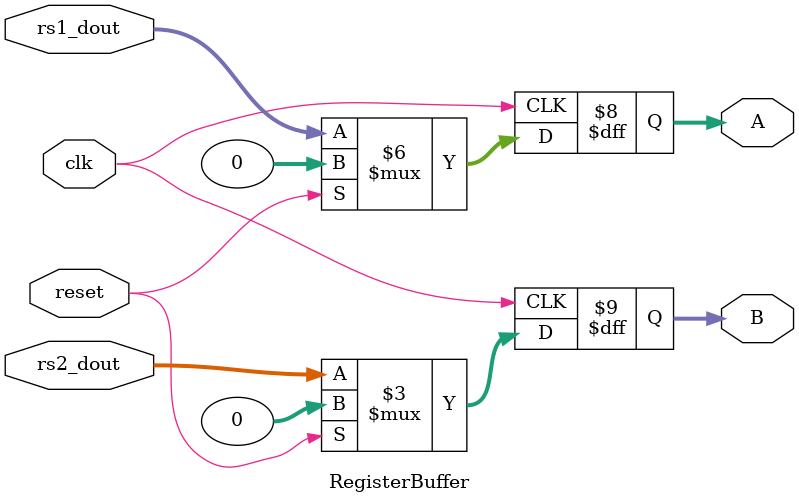
<source format=v>

module RegisterBuffer(reset, clk, rs1_dout, rs2_dout, A, B);
    input reset;
    input clk;
    input [31:0] rs1_dout;
    input [31:0] rs2_dout;
    output reg [31:0] A;
    output reg [31:0] B;

    always @(posedge clk) begin
        if (reset) begin
            A <= 0;
            B <= 0;
        end else begin
            A <= rs1_dout;
            B <= rs2_dout;
        end
            
    end

endmodule


</source>
